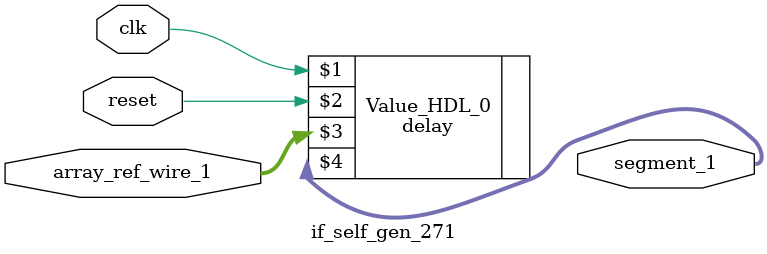
<source format=v>
module if_self_gen_271( input clk, input reset, input [31:0]array_ref_wire_1, output [31:0]segment_1); 
	wire [31:0]segment_1;
	//Proceed with segment_1 = array_ref_wire_1
	delay Value_HDL_0 ( clk, reset, array_ref_wire_1, segment_1);
endmodule
</source>
